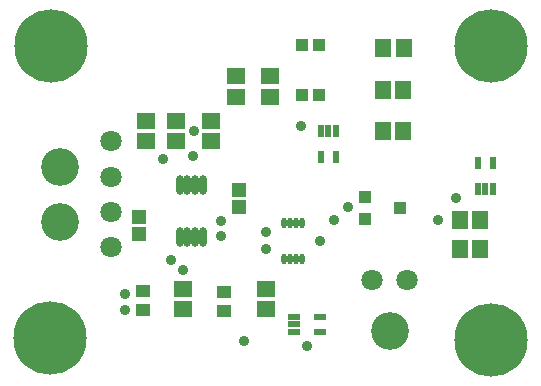
<source format=gts>
G04*
G04 #@! TF.GenerationSoftware,Altium Limited,Altium Designer,19.1.8 (144)*
G04*
G04 Layer_Color=8388736*
%FSLAX25Y25*%
%MOIN*%
G70*
G01*
G75*
%ADD31R,0.04540X0.04540*%
%ADD32R,0.04540X0.04147*%
%ADD33R,0.04147X0.02178*%
%ADD34R,0.05524X0.06115*%
%ADD35R,0.02178X0.04147*%
%ADD36R,0.06312X0.05524*%
%ADD37R,0.02375X0.04147*%
%ADD38R,0.06115X0.05524*%
%ADD39O,0.02572X0.06509*%
%ADD40R,0.06115X0.05328*%
%ADD41R,0.03950X0.03950*%
%ADD42R,0.05328X0.06312*%
%ADD43R,0.05524X0.06312*%
%ADD44R,0.04343X0.03950*%
%ADD45O,0.01784X0.03753*%
%ADD46C,0.07099*%
%ADD47C,0.12611*%
%ADD48C,0.03556*%
%ADD49C,0.24422*%
D31*
X87500Y65158D02*
D03*
Y59252D02*
D03*
X54331Y56102D02*
D03*
Y50197D02*
D03*
D32*
X55413Y25000D02*
D03*
Y31299D02*
D03*
X82677Y31102D02*
D03*
Y24803D02*
D03*
D33*
X114567Y22835D02*
D03*
Y17717D02*
D03*
X105905D02*
D03*
Y20276D02*
D03*
Y22835D02*
D03*
D34*
X161221Y45276D02*
D03*
X167913D02*
D03*
X167913Y55118D02*
D03*
X161221D02*
D03*
X142323Y84646D02*
D03*
X135630D02*
D03*
D35*
X119882Y75984D02*
D03*
X114764D02*
D03*
Y84646D02*
D03*
X117323D02*
D03*
X119882D02*
D03*
D36*
X56693Y87992D02*
D03*
Y81299D02*
D03*
D37*
X167126Y74114D02*
D03*
X172244D02*
D03*
Y65256D02*
D03*
X169685D02*
D03*
X167126D02*
D03*
D38*
X78347Y81299D02*
D03*
Y87992D02*
D03*
X66535Y87992D02*
D03*
Y81299D02*
D03*
X96457Y25394D02*
D03*
Y32087D02*
D03*
X68898Y25394D02*
D03*
Y32087D02*
D03*
D39*
X67815Y49213D02*
D03*
X70374D02*
D03*
X72933D02*
D03*
X75492D02*
D03*
X67815Y66536D02*
D03*
X70374D02*
D03*
X72933D02*
D03*
X75492D02*
D03*
D40*
X98032Y102953D02*
D03*
Y96063D02*
D03*
X86614Y103051D02*
D03*
Y96161D02*
D03*
D41*
X114370Y96850D02*
D03*
X108465D02*
D03*
X114370Y113386D02*
D03*
X108465D02*
D03*
D42*
X135433Y112205D02*
D03*
X142520D02*
D03*
D43*
X135630Y98425D02*
D03*
X142323D02*
D03*
D44*
X141142Y59055D02*
D03*
X129724Y55315D02*
D03*
Y62795D02*
D03*
D45*
X102559Y41929D02*
D03*
X104527D02*
D03*
X106496D02*
D03*
X108465D02*
D03*
X102559Y54134D02*
D03*
X104527D02*
D03*
X106496D02*
D03*
X108465D02*
D03*
D46*
X131890Y35118D02*
D03*
X143701D02*
D03*
X44961Y81299D02*
D03*
Y69488D02*
D03*
Y57677D02*
D03*
Y45866D02*
D03*
D47*
X137795Y18110D02*
D03*
X27953Y54331D02*
D03*
Y72835D02*
D03*
D48*
X72441Y84646D02*
D03*
X64862Y41831D02*
D03*
X68799Y38484D02*
D03*
X81693Y54823D02*
D03*
X72342Y76279D02*
D03*
X49409Y30315D02*
D03*
X62205Y75197D02*
D03*
X81496Y49606D02*
D03*
X110236Y12992D02*
D03*
X114567Y48031D02*
D03*
X96457Y51181D02*
D03*
Y45276D02*
D03*
X119291Y55118D02*
D03*
X124016Y59449D02*
D03*
X159843Y62205D02*
D03*
X108268Y86221D02*
D03*
X153937Y55118D02*
D03*
X89370Y14567D02*
D03*
X49508Y25098D02*
D03*
D49*
X24803Y112992D02*
D03*
X171653D02*
D03*
Y14961D02*
D03*
X24409Y15748D02*
D03*
M02*

</source>
